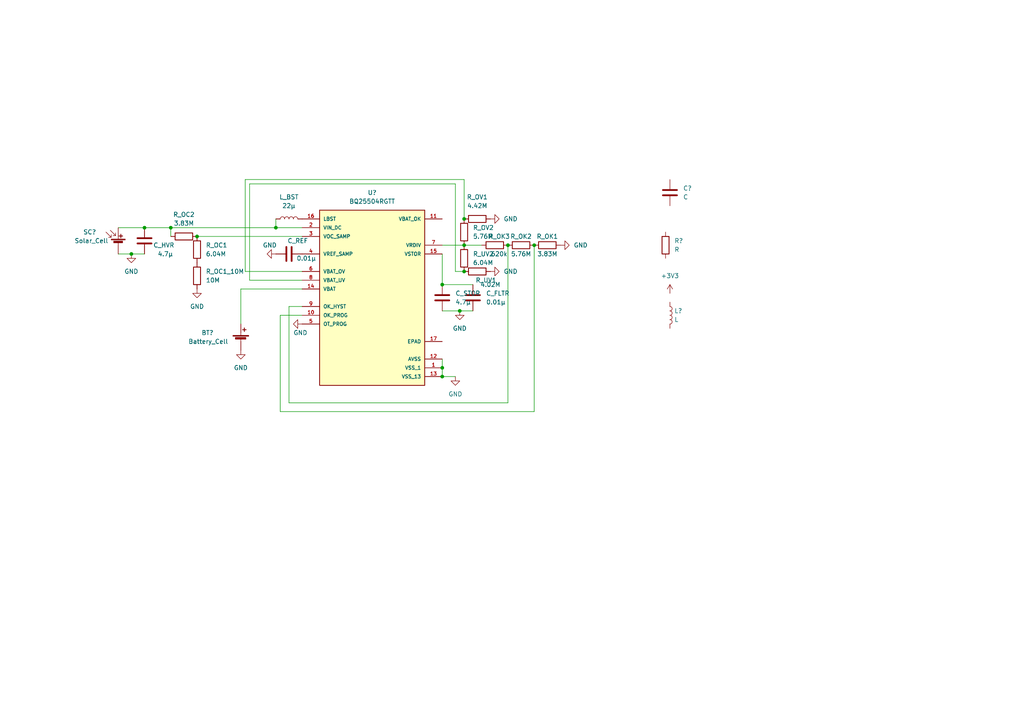
<source format=kicad_sch>
(kicad_sch (version 20211123) (generator eeschema)
  (paper "A4")
  (lib_symbols
    (symbol "Device:Battery_Cell" (pin_numbers hide) (pin_names (offset 0) hide)
      (property "Reference" "BT" (at 2.54 2.54 0))
      (property "Value" "Battery_Cell" (at 2.54 0 0))
      (symbol "Battery_Cell_0_1"
        (rectangle (start -2.286 1.778) (end 2.286 1.524) (fill (type outline)))
        (rectangle (start -1.5748 1.1938) (end 1.4732 0.6858) (fill (type outline)))
        (polyline (pts (xy 0 0.762) (xy 0 0)))
        (polyline (pts (xy 0 1.778) (xy 0 2.54)))
        (polyline (pts (xy 0.508 3.429) (xy 1.524 3.429)) (stroke (width 0.254)))
        (polyline (pts (xy 1.016 3.937) (xy 1.016 2.921)) (stroke (width 0.254)))
      )
      (symbol "Battery_Cell_1_1"
        (pin passive line (at 0 5.08 270) (length 2.54) (name "+") (number "1"))
        (pin passive line (at 0 -2.54 90) (length 2.54) (name "-") (number "2"))
      )
    )
    (symbol "Device:C" (pin_numbers hide) (pin_names (offset 0.254))
      (property "Reference" "C" (at 0.635 2.54 0))
      (property "Value" "C" (at 0.635 -2.54 0))
      (symbol "C_0_1"
        (polyline (pts (xy -2.032 -0.762) (xy 2.032 -0.762)) (stroke (width 0.508)))
        (polyline (pts (xy -2.032 0.762) (xy 2.032 0.762)) (stroke (width 0.508)))
      )
      (symbol "C_1_1"
        (pin passive line (at 0 3.81 270) (length 2.794) (name "~") (number "1"))
        (pin passive line (at 0 -3.81 90) (length 2.794) (name "~") (number "2"))
      )
    )
    (symbol "Device:L" (pin_numbers hide) (pin_names (offset 1.016) hide)
      (property "Reference" "L" (at -1.27 0 90))
      (property "Value" "L" (at 1.905 0 90))
      (symbol "L_0_1"
        (arc (start 0 -2.54) (mid 0.635 -1.905) (end 0 -1.27))
        (arc (start 0 -1.27) (mid 0.635 -0.635) (end 0 0))
        (arc (start 0 0) (mid 0.635 0.635) (end 0 1.27))
        (arc (start 0 1.27) (mid 0.635 1.905) (end 0 2.54))
      )
      (symbol "L_1_1"
        (pin passive line (at 0 3.81 270) (length 1.27) (name "1") (number "1"))
        (pin passive line (at 0 -3.81 90) (length 1.27) (name "2") (number "2"))
      )
    )
    (symbol "Device:R" (pin_numbers hide) (pin_names (offset 0))
      (property "Reference" "R" (at 2.032 0 90))
      (property "Value" "R" (at 0 0 90))
      (symbol "R_0_1"
        (rectangle (start -1.016 -2.54) (end 1.016 2.54) (stroke (width 0.254)))
      )
      (symbol "R_1_1"
        (pin passive line (at 0 3.81 270) (length 1.27) (name "~") (number "1"))
        (pin passive line (at 0 -3.81 90) (length 1.27) (name "~") (number "2"))
      )
    )
    (symbol "Device:Solar_Cell" (pin_numbers hide) (pin_names (offset 0) hide)
      (property "Reference" "SC" (at 2.54 2.54 0))
      (property "Value" "Solar_Cell" (at 2.54 0 0))
      (symbol "Solar_Cell_0_1"
        (rectangle (start -2.032 1.778) (end 2.032 1.524) (fill (type outline)))
        (rectangle (start -1.3208 1.1938) (end 1.27 0.6858) (fill (type outline)))
        (polyline (pts (xy -2.032 2.286) (xy -3.556 3.81)))
        (polyline (pts (xy -0.762 2.794) (xy -2.286 4.318)))
        (polyline (pts (xy 0 0.762) (xy 0 0)))
        (polyline (pts (xy 0 1.778) (xy 0 2.54)))
        (polyline (pts (xy 0.254 2.667) (xy 1.27 2.667)) (stroke (width 0.254)))
        (polyline (pts (xy 0.762 3.175) (xy 0.762 2.159)) (stroke (width 0.254)))
        (polyline (pts (xy -2.032 3.048) (xy -2.032 2.286) (xy -2.794 2.286)))
        (polyline (pts (xy -0.762 3.556) (xy -0.762 2.794) (xy -1.524 2.794)))
      )
      (symbol "Solar_Cell_1_1"
        (pin passive line (at 0 5.08 270) (length 2.54) (name "+") (number "1"))
        (pin passive line (at 0 -2.54 90) (length 2.54) (name "-") (number "2"))
      )
    )
    (symbol "MYLIB:BQ25504RGTT" (pin_names (offset 1.016))
      (property "Reference" "U" (at -15.24 26.3906 0))
      (property "Value" "BQ25504RGTT" (at -15.24 -29.3878 0))
      (symbol "BQ25504RGTT_0_0"
        (rectangle (start -15.24 -25.4) (end 15.24 25.4) (stroke (width 0.254)) (fill (type background)))
        (pin power_in line (at 20.32 -20.32 180) (length 5.08) (name "VSS_1") (number "1"))
        (pin input line (at -20.32 -5.08 0) (length 5.08) (name "OK_PROG") (number "10"))
        (pin output line (at 20.32 22.86 180) (length 5.08) (name "VBAT_OK") (number "11"))
        (pin power_in line (at 20.32 -17.78 180) (length 5.08) (name "AVSS") (number "12"))
        (pin power_in line (at 20.32 -22.86 180) (length 5.08) (name "VSS_13") (number "13"))
        (pin bidirectional line (at -20.32 2.54 0) (length 5.08) (name "VBAT") (number "14"))
        (pin output line (at 20.32 12.7 180) (length 5.08) (name "VSTOR") (number "15"))
        (pin input line (at -20.32 22.86 0) (length 5.08) (name "LBST") (number "16"))
        (pin power_in line (at 20.32 -12.7 180) (length 5.08) (name "EPAD") (number "17"))
        (pin input line (at -20.32 20.32 0) (length 5.08) (name "VIN_DC") (number "2"))
        (pin input line (at -20.32 17.78 0) (length 5.08) (name "VOC_SAMP") (number "3"))
        (pin input line (at -20.32 12.7 0) (length 5.08) (name "VREF_SAMP") (number "4"))
        (pin input line (at -20.32 -7.62 0) (length 5.08) (name "OT_PROG") (number "5"))
        (pin input line (at -20.32 7.62 0) (length 5.08) (name "VBAT_OV") (number "6"))
        (pin output line (at 20.32 15.24 180) (length 5.08) (name "VRDIV") (number "7"))
        (pin input line (at -20.32 5.08 0) (length 5.08) (name "VBAT_UV") (number "8"))
        (pin input line (at -20.32 -2.54 0) (length 5.08) (name "OK_HYST") (number "9"))
      )
    )
    (symbol "power:+3.3V" (power) (pin_names (offset 0))
      (property "Value" "+3.3V" (at 0 3.556 0))
      (symbol "+3.3V_0_1"
        (polyline (pts (xy -0.762 1.27) (xy 0 2.54)))
        (polyline (pts (xy 0 0) (xy 0 2.54)))
        (polyline (pts (xy 0 2.54) (xy 0.762 1.27)))
      )
      (symbol "+3.3V_1_1"
        (pin power_in line (at 0 0 90) (length 0) hide (name "+3V3") (number "1"))
      )
    )
    (symbol "power:GND" (power) (pin_names (offset 0))
      (property "Value" "GND" (at 0 -3.81 0))
      (symbol "GND_0_1"
        (polyline (pts (xy 0 0) (xy 0 -1.27) (xy 1.27 -1.27) (xy 0 -2.54) (xy -1.27 -1.27) (xy 0 -1.27)))
      )
      (symbol "GND_1_1"
        (pin power_in line (at 0 0 270) (length 0) hide (name "GND") (number "1"))
      )
    )
  )
  (junction (at 49.53 66.04))
  (junction (at 134.62 63.5))
  (junction (at 80.01 66.04))
  (junction (at 134.62 78.74))
  (junction (at 41.91 66.04))
  (junction (at 128.27 82.55))
  (junction (at 38.1 73.66))
  (junction (at 133.35 90.17))
  (junction (at 57.15 68.58))
  (junction (at 134.62 71.12))
  (junction (at 128.27 106.68))
  (junction (at 147.32 71.12))
  (junction (at 154.94 71.12))
  (junction (at 128.27 109.22))
  (wire (pts (xy 72.39 53.34) (xy 132.08 53.34)))
  (wire (pts (xy 128.27 73.66) (xy 128.27 82.55)))
  (wire (pts (xy 132.08 53.34) (xy 132.08 78.74)))
  (wire (pts (xy 38.1 73.66) (xy 41.91 73.66)))
  (wire (pts (xy 87.63 81.28) (xy 72.39 81.28)))
  (wire (pts (xy 128.27 104.14) (xy 128.27 106.68)))
  (wire (pts (xy 87.63 78.74) (xy 71.12 78.74)))
  (wire (pts (xy 80.01 63.5) (xy 80.01 66.04)))
  (wire (pts (xy 80.01 66.04) (xy 87.63 66.04)))
  (wire (pts (xy 134.62 52.07) (xy 134.62 63.5)))
  (wire (pts (xy 69.85 83.82) (xy 87.63 83.82)))
  (wire (pts (xy 71.12 78.74) (xy 71.12 52.07)))
  (wire (pts (xy 139.7 71.12) (xy 134.62 71.12)))
  (wire (pts (xy 128.27 109.22) (xy 132.08 109.22)))
  (wire (pts (xy 154.94 119.38) (xy 154.94 71.12)))
  (wire (pts (xy 49.53 66.04) (xy 80.01 66.04)))
  (wire (pts (xy 69.85 93.98) (xy 69.85 83.82)))
  (wire (pts (xy 128.27 90.17) (xy 133.35 90.17)))
  (wire (pts (xy 147.32 116.84) (xy 147.32 71.12)))
  (wire (pts (xy 81.28 91.44) (xy 81.28 119.38)))
  (wire (pts (xy 81.28 119.38) (xy 154.94 119.38)))
  (wire (pts (xy 83.82 116.84) (xy 147.32 116.84)))
  (wire (pts (xy 87.63 91.44) (xy 81.28 91.44)))
  (wire (pts (xy 128.27 82.55) (xy 137.16 82.55)))
  (wire (pts (xy 57.15 68.58) (xy 87.63 68.58)))
  (wire (pts (xy 83.82 88.9) (xy 83.82 116.84)))
  (wire (pts (xy 72.39 81.28) (xy 72.39 53.34)))
  (wire (pts (xy 49.53 66.04) (xy 41.91 66.04)))
  (wire (pts (xy 133.35 90.17) (xy 137.16 90.17)))
  (wire (pts (xy 49.53 66.04) (xy 49.53 68.58)))
  (wire (pts (xy 132.08 78.74) (xy 134.62 78.74)))
  (wire (pts (xy 34.29 66.04) (xy 41.91 66.04)))
  (wire (pts (xy 128.27 106.68) (xy 128.27 109.22)))
  (wire (pts (xy 87.63 88.9) (xy 83.82 88.9)))
  (wire (pts (xy 128.27 71.12) (xy 134.62 71.12)))
  (wire (pts (xy 71.12 52.07) (xy 134.62 52.07)))
  (wire (pts (xy 34.29 73.66) (xy 38.1 73.66)))
  (symbol (lib_id "Device:R") (at 134.62 67.31 0) (unit 1)
    (property "Reference" "R_OV2" (at 137.16 66.0399 0) (effects (justify left)))
    (property "Value" "5.76M" (at 137.16 68.5799 0) (effects (justify left)))
  )
  (symbol (lib_id "power:GND") (at 133.35 90.17 0) (unit 1)
    (property "Reference" "#PWR?" (effects hide))
    (property "Value" "GND" (at 133.35 95.25 0))
  )
  (symbol (lib_id "power:GND") (at 142.24 63.5 90) (unit 1)
    (property "Reference" "#PWR?" (effects hide))
    (property "Value" "GND" (at 146.05 63.4999 90) (effects (justify right)))
  )
  (symbol (lib_id "Device:L") (at 194.31 91.44 0) (unit 1)
    (property "Reference" "L?" (at 195.58 90.1699 0) (effects (justify left)))
    (property "Value" "L" (at 195.58 92.7099 0) (effects (justify left)))
  )
  (symbol (lib_id "Device:R") (at 53.34 68.58 90) (unit 1)
    (property "Reference" "R_OC2" (at 53.34 62.23 90))
    (property "Value" "3.83M" (at 53.34 64.77 90))
  )
  (symbol (lib_id "power:GND") (at 87.63 93.98 270) (unit 1)
    (property "Reference" "#PWR?" (effects hide))
    (property "Value" "GND" (at 85.09 96.52 90) (effects (justify left)))
  )
  (symbol (lib_id "Device:R") (at 134.62 74.93 0) (unit 1)
    (property "Reference" "R_UV2" (at 137.16 73.6599 0) (effects (justify left)))
    (property "Value" "6.04M" (at 137.16 76.1999 0) (effects (justify left)))
  )
  (symbol (lib_id "power:GND") (at 162.56 71.12 90) (unit 1)
    (property "Reference" "#PWR?" (effects hide))
    (property "Value" "GND" (at 166.37 71.1199 90) (effects (justify right)))
  )
  (symbol (lib_id "Device:C") (at 83.82 73.66 90) (unit 1)
    (property "Reference" "C_REF" (at 86.36 69.85 90))
    (property "Value" "0.01µ" (at 88.9 74.93 90))
  )
  (symbol (lib_id "Device:C") (at 137.16 86.36 0) (unit 1)
    (property "Reference" "C_FLTR" (at 140.97 85.0899 0) (effects (justify left)))
    (property "Value" "0.01µ" (at 140.97 87.6299 0) (effects (justify left)))
  )
  (symbol (lib_id "MYLIB:BQ25504RGTT") (at 107.95 86.36 0) (unit 1)
    (property "Reference" "U?" (at 107.95 55.88 0))
    (property "Value" "BQ25504RGTT" (at 107.95 58.42 0))
    (property "Footprint" "MYLIB:QFN50P300X300X100-17N" (effects hide))
    (property "STANDARD" "IPC 7351B" (effects hide))
    (property "MAXIMUM_PACKAGE_HIEGHT" "1mm" (effects hide))
    (property "MANUFACTURER" "Texas Instruments" (effects hide))
    (property "PARTREV" "F" (effects hide))
  )
  (symbol (lib_id "power:GND") (at 69.85 101.6 0) (unit 1)
    (property "Reference" "#PWR?" (effects hide))
    (property "Value" "GND" (at 69.85 106.68 0))
  )
  (symbol (lib_id "Device:R") (at 138.43 78.74 90) (unit 1)
    (property "Reference" "R_UV1" (at 140.97 81.28 90))
    (property "Value" "4.02M" (at 142.24 82.55 90))
  )
  (symbol (lib_id "Device:R") (at 138.43 63.5 90) (unit 1)
    (property "Reference" "R_OV1" (at 138.43 57.15 90))
    (property "Value" "4.42M" (at 138.43 59.69 90))
  )
  (symbol (lib_id "Device:R") (at 193.04 71.12 0) (unit 1)
    (property "Reference" "R?" (at 195.58 69.8499 0) (effects (justify left)))
    (property "Value" "R" (at 195.58 72.3899 0) (effects (justify left)))
  )
  (symbol (lib_id "Device:R") (at 57.15 80.01 0) (unit 1)
    (property "Reference" "R_OC1_10M" (at 59.69 78.7399 0) (effects (justify left)))
    (property "Value" "10M" (at 59.69 81.2799 0) (effects (justify left)))
  )
  (symbol (lib_id "Device:L") (at 83.82 63.5 90) (unit 1)
    (property "Reference" "L_BST" (at 83.82 57.15 90))
    (property "Value" "22µ" (at 83.82 59.69 90))
  )
  (symbol (lib_id "Device:Solar_Cell") (at 34.29 71.12 0) (unit 1)
    (property "Reference" "SC?" (at 24.13 67.31 0) (effects (justify left)))
    (property "Value" "Solar_Cell" (at 21.59 69.85 0) (effects (justify left)))
  )
  (symbol (lib_id "Device:R") (at 57.15 72.39 0) (unit 1)
    (property "Reference" "R_OC1" (at 59.69 71.1199 0) (effects (justify left)))
    (property "Value" "6.04M" (at 59.69 73.6599 0) (effects (justify left)))
  )
  (symbol (lib_id "power:GND") (at 80.01 73.66 270) (unit 1)
    (property "Reference" "#PWR?" (effects hide))
    (property "Value" "GND" (at 76.2 71.12 90) (effects (justify left)))
  )
  (symbol (lib_id "power:+3.3V") (at 194.31 85.09 0) (unit 1)
    (property "Reference" "#PWR?" (effects hide))
    (property "Value" "+3.3V" (at 194.31 80.01 0))
  )
  (symbol (lib_id "power:GND") (at 132.08 109.22 0) (unit 1)
    (property "Reference" "#PWR?" (effects hide))
    (property "Value" "GND" (at 132.08 114.3 0))
  )
  (symbol (lib_id "Device:Battery_Cell") (at 69.85 99.06 0) (unit 1)
    (property "Reference" "BT?" (at 58.42 96.52 0) (effects (justify left)))
    (property "Value" "Battery_Cell" (at 54.61 99.06 0) (effects (justify left)))
  )
  (symbol (lib_id "Device:C") (at 194.31 55.88 0) (unit 1)
    (property "Reference" "C?" (at 198.12 54.6099 0) (effects (justify left)))
    (property "Value" "C" (at 198.12 57.1499 0) (effects (justify left)))
  )
  (symbol (lib_id "power:GND") (at 142.24 78.74 90) (unit 1)
    (property "Reference" "#PWR?" (effects hide))
    (property "Value" "GND" (at 146.05 78.7399 90) (effects (justify right)))
  )
  (symbol (lib_id "power:GND") (at 38.1 73.66 0) (unit 1)
    (property "Reference" "#PWR?" (effects hide))
    (property "Value" "GND" (at 38.1 78.74 0))
  )
  (symbol (lib_id "power:GND") (at 57.15 83.82 0) (unit 1)
    (property "Reference" "#PWR?" (effects hide))
    (property "Value" "GND" (at 57.15 88.9 0))
  )
  (symbol (lib_id "Device:C") (at 128.27 86.36 0) (unit 1)
    (property "Reference" "C_STOR" (at 132.08 85.0899 0) (effects (justify left)))
    (property "Value" "4.7µ" (at 132.08 87.6299 0) (effects (justify left)))
  )
  (symbol (lib_id "Device:C") (at 41.91 69.85 0) (unit 1)
    (property "Reference" "C_HVR" (at 44.45 71.12 0) (effects (justify left)))
    (property "Value" "4.7µ" (at 45.72 73.66 0) (effects (justify left)))
  )
  (symbol (lib_id "Device:R") (at 143.51 71.12 90) (unit 1)
    (property "Reference" "R_OK3" (at 144.78 68.58 90))
    (property "Value" "620k" (at 144.78 73.66 90))
  )
  (symbol (lib_id "Device:R") (at 158.75 71.12 90) (unit 1)
    (property "Reference" "R_OK1" (at 158.75 68.58 90))
    (property "Value" "3.83M" (at 158.75 73.66 90))
  )
  (symbol (lib_id "Device:R") (at 151.13 71.12 90) (unit 1)
    (property "Reference" "R_OK2" (at 151.13 68.58 90))
    (property "Value" "5.76M" (at 151.13 73.66 90))
  )
)
</source>
